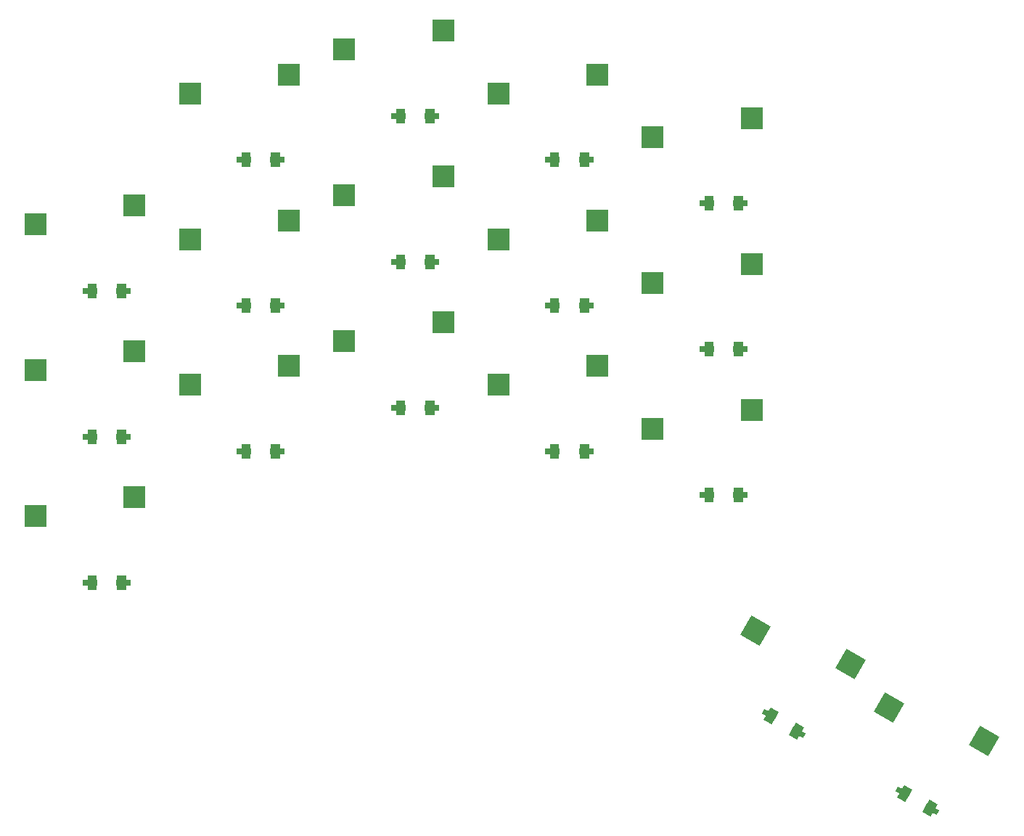
<source format=gbr>
%TF.GenerationSoftware,KiCad,Pcbnew,(6.0.6-1)-1*%
%TF.CreationDate,2022-07-25T21:02:29-05:00*%
%TF.ProjectId,smcboard,736d6362-6f61-4726-942e-6b696361645f,v1.0.0*%
%TF.SameCoordinates,Original*%
%TF.FileFunction,Paste,Top*%
%TF.FilePolarity,Positive*%
%FSLAX46Y46*%
G04 Gerber Fmt 4.6, Leading zero omitted, Abs format (unit mm)*
G04 Created by KiCad (PCBNEW (6.0.6-1)-1) date 2022-07-25 21:02:29*
%MOMM*%
%LPD*%
G01*
G04 APERTURE LIST*
G04 Aperture macros list*
%AMRotRect*
0 Rectangle, with rotation*
0 The origin of the aperture is its center*
0 $1 length*
0 $2 width*
0 $3 Rotation angle, in degrees counterclockwise*
0 Add horizontal line*
21,1,$1,$2,0,0,$3*%
%AMFreePoly0*
4,1,21,0.800354,0.825354,0.800500,0.825000,0.800500,0.300000,0.825000,0.300000,0.825000,-0.300000,0.800500,-0.300000,0.800500,-0.825000,0.800354,-0.825354,0.800000,-0.825500,-0.290000,-0.825500,-0.290354,-0.825354,-0.290500,-0.825000,-0.290500,-0.300000,-0.825000,-0.300000,-0.825000,0.300000,-0.290500,0.300000,-0.290500,0.825000,-0.290354,0.825354,-0.290000,0.825500,0.800000,0.825500,
0.800354,0.825354,0.800354,0.825354,$1*%
%AMFreePoly1*
4,1,21,0.300354,0.825354,0.300500,0.825000,0.300500,0.300000,0.825000,0.300000,0.825000,-0.300000,0.300500,-0.300000,0.300500,-0.825000,0.300354,-0.825354,0.300000,-0.825500,-0.800000,-0.825500,-0.800354,-0.825354,-0.800500,-0.825000,-0.800500,-0.300000,-0.825000,-0.300000,-0.825000,0.300000,-0.800500,0.300000,-0.800500,0.825000,-0.800354,0.825354,-0.800000,0.825500,0.300000,0.825500,
0.300354,0.825354,0.300354,0.825354,$1*%
G04 Aperture macros list end*
%ADD10R,2.600000X2.600000*%
%ADD11FreePoly0,0.000000*%
%ADD12FreePoly1,0.000000*%
%ADD13RotRect,2.600000X2.600000X330.000000*%
%ADD14FreePoly0,330.000000*%
%ADD15FreePoly1,330.000000*%
G04 APERTURE END LIST*
D10*
%TO.C,S1*%
X141836539Y-136546000D03*
X130286539Y-138746000D03*
%TD*%
D11*
%TO.C,D1*%
X136611539Y-146496000D03*
D12*
X140511539Y-146496000D03*
%TD*%
D10*
%TO.C,S3*%
X141836539Y-119546000D03*
X130286539Y-121746000D03*
%TD*%
D11*
%TO.C,D2*%
X136611539Y-129496000D03*
D12*
X140511539Y-129496000D03*
%TD*%
D10*
%TO.C,S5*%
X141836539Y-102546000D03*
X130286539Y-104746000D03*
%TD*%
D11*
%TO.C,D3*%
X136611539Y-112496000D03*
D12*
X140511539Y-112496000D03*
%TD*%
D10*
%TO.C,S7*%
X159836539Y-121246000D03*
X148286539Y-123446000D03*
%TD*%
D11*
%TO.C,D4*%
X154611539Y-131196000D03*
D12*
X158511539Y-131196000D03*
%TD*%
D10*
%TO.C,S9*%
X159836539Y-104246000D03*
X148286539Y-106446000D03*
%TD*%
D11*
%TO.C,D5*%
X154611539Y-114196000D03*
D12*
X158511539Y-114196000D03*
%TD*%
D10*
%TO.C,S11*%
X159836539Y-87246000D03*
X148286539Y-89446000D03*
%TD*%
D11*
%TO.C,D6*%
X154611539Y-97196000D03*
D12*
X158511539Y-97196000D03*
%TD*%
D10*
%TO.C,S13*%
X177836539Y-116146000D03*
X166286539Y-118346000D03*
%TD*%
D11*
%TO.C,D7*%
X172611539Y-126096000D03*
D12*
X176511539Y-126096000D03*
%TD*%
D10*
%TO.C,S15*%
X177836539Y-99146000D03*
X166286539Y-101346000D03*
%TD*%
D11*
%TO.C,D8*%
X172611539Y-109096000D03*
D12*
X176511539Y-109096000D03*
%TD*%
D10*
%TO.C,S17*%
X177836539Y-82146000D03*
X166286539Y-84346000D03*
%TD*%
D11*
%TO.C,D9*%
X172611539Y-92096000D03*
D12*
X176511539Y-92096000D03*
%TD*%
D10*
%TO.C,S19*%
X195836539Y-121246000D03*
X184286539Y-123446000D03*
%TD*%
D11*
%TO.C,D10*%
X190611539Y-131196000D03*
D12*
X194511539Y-131196000D03*
%TD*%
D10*
%TO.C,S21*%
X195836539Y-104246000D03*
X184286539Y-106446000D03*
%TD*%
D11*
%TO.C,D11*%
X190611539Y-114196000D03*
D12*
X194511539Y-114196000D03*
%TD*%
D10*
%TO.C,S23*%
X195836539Y-87246000D03*
X184286539Y-89446000D03*
%TD*%
D11*
%TO.C,D12*%
X190611539Y-97196000D03*
D12*
X194511539Y-97196000D03*
%TD*%
D10*
%TO.C,S25*%
X213836539Y-126346000D03*
X202286539Y-128546000D03*
%TD*%
D11*
%TO.C,D13*%
X208611539Y-136296000D03*
D12*
X212511539Y-136296000D03*
%TD*%
D10*
%TO.C,S27*%
X213836539Y-109346000D03*
X202286539Y-111546000D03*
%TD*%
D11*
%TO.C,D14*%
X208611539Y-119296000D03*
D12*
X212511539Y-119296000D03*
%TD*%
D10*
%TO.C,S29*%
X213836539Y-92346000D03*
X202286539Y-94546000D03*
%TD*%
D11*
%TO.C,D15*%
X208611539Y-102296000D03*
D12*
X212511539Y-102296000D03*
%TD*%
D13*
%TO.C,S31*%
X225372772Y-155980649D03*
X214270179Y-152110905D03*
%TD*%
D14*
%TO.C,D16*%
X215872789Y-161985102D03*
D15*
X219250289Y-163935102D03*
%TD*%
D13*
%TO.C,S33*%
X240961229Y-164980649D03*
X229858636Y-161110905D03*
%TD*%
D14*
%TO.C,D17*%
X231461246Y-170985102D03*
D15*
X234838746Y-172935102D03*
%TD*%
M02*

</source>
